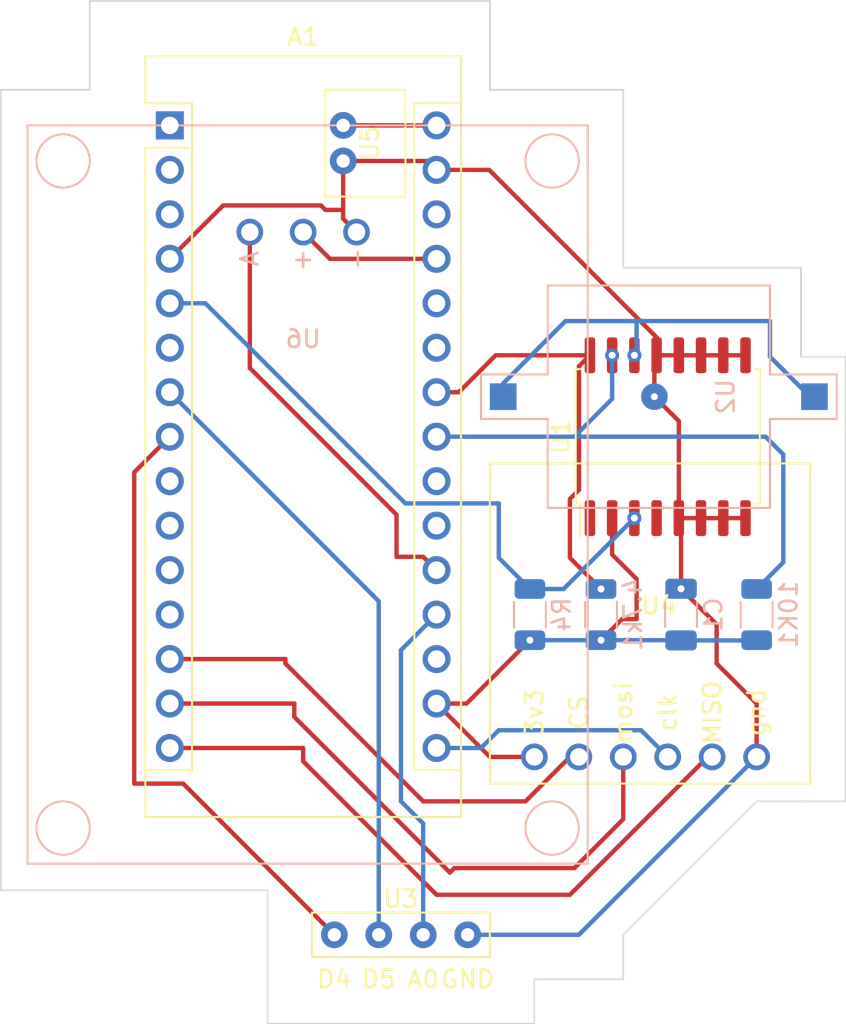
<source format=kicad_pcb>
(kicad_pcb (version 20171130) (host pcbnew "(5.1.10)-1")

  (general
    (thickness 1.6)
    (drawings 22)
    (tracks 128)
    (zones 0)
    (modules 11)
    (nets 33)
  )

  (page A4)
  (layers
    (0 F.Cu signal)
    (31 B.Cu signal)
    (32 B.Adhes user)
    (33 F.Adhes user)
    (34 B.Paste user)
    (35 F.Paste user)
    (36 B.SilkS user)
    (37 F.SilkS user)
    (38 B.Mask user)
    (39 F.Mask user)
    (40 Dwgs.User user)
    (41 Cmts.User user)
    (42 Eco1.User user)
    (43 Eco2.User user)
    (44 Edge.Cuts user)
    (45 Margin user)
    (46 B.CrtYd user)
    (47 F.CrtYd user)
    (48 B.Fab user)
    (49 F.Fab user)
  )

  (setup
    (last_trace_width 0.25)
    (trace_clearance 0.2)
    (zone_clearance 0.508)
    (zone_45_only no)
    (trace_min 0.2)
    (via_size 0.8)
    (via_drill 0.4)
    (via_min_size 0.4)
    (via_min_drill 0.3)
    (uvia_size 0.3)
    (uvia_drill 0.1)
    (uvias_allowed no)
    (uvia_min_size 0.2)
    (uvia_min_drill 0.1)
    (edge_width 0.1)
    (segment_width 0.2)
    (pcb_text_width 0.3)
    (pcb_text_size 1.5 1.5)
    (mod_edge_width 0.15)
    (mod_text_size 1 1)
    (mod_text_width 0.15)
    (pad_size 1.524 1.524)
    (pad_drill 0.762)
    (pad_to_mask_clearance 0)
    (aux_axis_origin 0 0)
    (visible_elements 7FFFFFFF)
    (pcbplotparams
      (layerselection 0x010fc_ffffffff)
      (usegerberextensions false)
      (usegerberattributes true)
      (usegerberadvancedattributes true)
      (creategerberjobfile true)
      (excludeedgelayer true)
      (linewidth 0.100000)
      (plotframeref false)
      (viasonmask false)
      (mode 1)
      (useauxorigin false)
      (hpglpennumber 1)
      (hpglpenspeed 20)
      (hpglpendiameter 15.000000)
      (psnegative false)
      (psa4output false)
      (plotreference true)
      (plotvalue true)
      (plotinvisibletext false)
      (padsonsilk false)
      (subtractmaskfromsilk false)
      (outputformat 1)
      (mirror false)
      (drillshape 1)
      (scaleselection 1)
      (outputdirectory ""))
  )

  (net 0 "")
  (net 1 "Net-(10K1-Pad2)")
  (net 2 "Net-(10K1-Pad1)")
  (net 3 "Net-(4.7k1-Pad2)")
  (net 4 "Net-(A1-Pad1)")
  (net 5 "Net-(A1-Pad2)")
  (net 6 "Net-(A1-Pad18)")
  (net 7 "Net-(A1-Pad3)")
  (net 8 "Net-(A1-Pad19)")
  (net 9 GND)
  (net 10 "Net-(A1-Pad20)")
  (net 11 "Net-(A1-Pad5)")
  (net 12 "Net-(A1-Pad21)")
  (net 13 "Net-(A1-Pad6)")
  (net 14 "Net-(A1-Pad22)")
  (net 15 "Net-(A1-Pad7)")
  (net 16 "Net-(A1-Pad8)")
  (net 17 "Net-(A1-Pad9)")
  (net 18 "Net-(A1-Pad25)")
  (net 19 "Net-(A1-Pad10)")
  (net 20 "Net-(A1-Pad26)")
  (net 21 "Net-(A1-Pad11)")
  (net 22 "Net-(A1-Pad27)")
  (net 23 "Net-(A1-Pad12)")
  (net 24 "Net-(A1-Pad28)")
  (net 25 "Net-(A1-Pad13)")
  (net 26 "Net-(A1-Pad14)")
  (net 27 "Net-(A1-Pad30)")
  (net 28 "Net-(A1-Pad15)")
  (net 29 "Net-(A1-Pad16)")
  (net 30 "Net-(U1-Pad1)")
  (net 31 "Net-(U1-Pad4)")
  (net 32 "Net-(U1-Pad14)")

  (net_class Default "This is the default net class."
    (clearance 0.2)
    (trace_width 0.25)
    (via_dia 0.8)
    (via_drill 0.4)
    (uvia_dia 0.3)
    (uvia_drill 0.1)
    (add_net GND)
    (add_net "Net-(10K1-Pad1)")
    (add_net "Net-(10K1-Pad2)")
    (add_net "Net-(4.7k1-Pad2)")
    (add_net "Net-(A1-Pad1)")
    (add_net "Net-(A1-Pad10)")
    (add_net "Net-(A1-Pad11)")
    (add_net "Net-(A1-Pad12)")
    (add_net "Net-(A1-Pad13)")
    (add_net "Net-(A1-Pad14)")
    (add_net "Net-(A1-Pad15)")
    (add_net "Net-(A1-Pad16)")
    (add_net "Net-(A1-Pad18)")
    (add_net "Net-(A1-Pad19)")
    (add_net "Net-(A1-Pad2)")
    (add_net "Net-(A1-Pad20)")
    (add_net "Net-(A1-Pad21)")
    (add_net "Net-(A1-Pad22)")
    (add_net "Net-(A1-Pad25)")
    (add_net "Net-(A1-Pad26)")
    (add_net "Net-(A1-Pad27)")
    (add_net "Net-(A1-Pad28)")
    (add_net "Net-(A1-Pad3)")
    (add_net "Net-(A1-Pad30)")
    (add_net "Net-(A1-Pad5)")
    (add_net "Net-(A1-Pad6)")
    (add_net "Net-(A1-Pad7)")
    (add_net "Net-(A1-Pad8)")
    (add_net "Net-(A1-Pad9)")
    (add_net "Net-(U1-Pad1)")
    (add_net "Net-(U1-Pad14)")
    (add_net "Net-(U1-Pad4)")
  )

  (module Resistor_SMD:R_1206_3216Metric (layer B.Cu) (tedit 5F68FEEE) (tstamp 61675F91)
    (at 124.46 85.852 90)
    (descr "Resistor SMD 1206 (3216 Metric), square (rectangular) end terminal, IPC_7351 nominal, (Body size source: IPC-SM-782 page 72, https://www.pcb-3d.com/wordpress/wp-content/uploads/ipc-sm-782a_amendment_1_and_2.pdf), generated with kicad-footprint-generator")
    (tags resistor)
    (path /611F2F92)
    (attr smd)
    (fp_text reference 10K1 (at 0 1.82 270) (layer B.SilkS)
      (effects (font (size 1 1) (thickness 0.15)) (justify mirror))
    )
    (fp_text value R (at 0 -1.82 270) (layer B.Fab)
      (effects (font (size 1 1) (thickness 0.15)) (justify mirror))
    )
    (fp_line (start 2.28 -1.12) (end -2.28 -1.12) (layer B.CrtYd) (width 0.05))
    (fp_line (start 2.28 1.12) (end 2.28 -1.12) (layer B.CrtYd) (width 0.05))
    (fp_line (start -2.28 1.12) (end 2.28 1.12) (layer B.CrtYd) (width 0.05))
    (fp_line (start -2.28 -1.12) (end -2.28 1.12) (layer B.CrtYd) (width 0.05))
    (fp_line (start -0.727064 -0.91) (end 0.727064 -0.91) (layer B.SilkS) (width 0.12))
    (fp_line (start -0.727064 0.91) (end 0.727064 0.91) (layer B.SilkS) (width 0.12))
    (fp_line (start 1.6 -0.8) (end -1.6 -0.8) (layer B.Fab) (width 0.1))
    (fp_line (start 1.6 0.8) (end 1.6 -0.8) (layer B.Fab) (width 0.1))
    (fp_line (start -1.6 0.8) (end 1.6 0.8) (layer B.Fab) (width 0.1))
    (fp_line (start -1.6 -0.8) (end -1.6 0.8) (layer B.Fab) (width 0.1))
    (fp_text user %R (at 0 0 270) (layer B.Fab)
      (effects (font (size 0.8 0.8) (thickness 0.12)) (justify mirror))
    )
    (pad 1 smd roundrect (at -1.4625 0 90) (size 1.125 1.75) (layers B.Cu B.Paste B.Mask) (roundrect_rratio 0.222222)
      (net 2 "Net-(10K1-Pad1)"))
    (pad 2 smd roundrect (at 1.4625 0 90) (size 1.125 1.75) (layers B.Cu B.Paste B.Mask) (roundrect_rratio 0.222222)
      (net 1 "Net-(10K1-Pad2)"))
    (model ${KISYS3DMOD}/Resistor_SMD.3dshapes/R_1206_3216Metric.wrl
      (at (xyz 0 0 0))
      (scale (xyz 1 1 1))
      (rotate (xyz 0 0 0))
    )
  )

  (module Resistor_SMD:R_1206_3216Metric (layer B.Cu) (tedit 5F68FEEE) (tstamp 61675FA2)
    (at 115.57 85.852 90)
    (descr "Resistor SMD 1206 (3216 Metric), square (rectangular) end terminal, IPC_7351 nominal, (Body size source: IPC-SM-782 page 72, https://www.pcb-3d.com/wordpress/wp-content/uploads/ipc-sm-782a_amendment_1_and_2.pdf), generated with kicad-footprint-generator")
    (tags resistor)
    (path /611F1A9A)
    (attr smd)
    (fp_text reference 4.7k1 (at 0 1.82 270) (layer B.SilkS)
      (effects (font (size 1 1) (thickness 0.15)) (justify mirror))
    )
    (fp_text value R (at 0 -1.82 270) (layer B.Fab)
      (effects (font (size 1 1) (thickness 0.15)) (justify mirror))
    )
    (fp_line (start 2.28 -1.12) (end -2.28 -1.12) (layer B.CrtYd) (width 0.05))
    (fp_line (start 2.28 1.12) (end 2.28 -1.12) (layer B.CrtYd) (width 0.05))
    (fp_line (start -2.28 1.12) (end 2.28 1.12) (layer B.CrtYd) (width 0.05))
    (fp_line (start -2.28 -1.12) (end -2.28 1.12) (layer B.CrtYd) (width 0.05))
    (fp_line (start -0.727064 -0.91) (end 0.727064 -0.91) (layer B.SilkS) (width 0.12))
    (fp_line (start -0.727064 0.91) (end 0.727064 0.91) (layer B.SilkS) (width 0.12))
    (fp_line (start 1.6 -0.8) (end -1.6 -0.8) (layer B.Fab) (width 0.1))
    (fp_line (start 1.6 0.8) (end 1.6 -0.8) (layer B.Fab) (width 0.1))
    (fp_line (start -1.6 0.8) (end 1.6 0.8) (layer B.Fab) (width 0.1))
    (fp_line (start -1.6 -0.8) (end -1.6 0.8) (layer B.Fab) (width 0.1))
    (fp_text user %R (at 0 0 270) (layer B.Fab)
      (effects (font (size 0.8 0.8) (thickness 0.12)) (justify mirror))
    )
    (pad 1 smd roundrect (at -1.4625 0 90) (size 1.125 1.75) (layers B.Cu B.Paste B.Mask) (roundrect_rratio 0.222222)
      (net 2 "Net-(10K1-Pad1)"))
    (pad 2 smd roundrect (at 1.4625 0 90) (size 1.125 1.75) (layers B.Cu B.Paste B.Mask) (roundrect_rratio 0.222222)
      (net 3 "Net-(4.7k1-Pad2)"))
    (model ${KISYS3DMOD}/Resistor_SMD.3dshapes/R_1206_3216Metric.wrl
      (at (xyz 0 0 0))
      (scale (xyz 1 1 1))
      (rotate (xyz 0 0 0))
    )
  )

  (module Module:Arduino_Nano (layer F.Cu) (tedit 58ACAF70) (tstamp 61675FDF)
    (at 90.932 57.912)
    (descr "Arduino Nano, http://www.mouser.com/pdfdocs/Gravitech_Arduino_Nano3_0.pdf")
    (tags "Arduino Nano")
    (path /611D9AC7)
    (fp_text reference A1 (at 7.62 -5.08) (layer F.SilkS)
      (effects (font (size 1 1) (thickness 0.15)))
    )
    (fp_text value Arduino_Nano_v3.x (at 8.89 19.05 90) (layer F.Fab)
      (effects (font (size 1 1) (thickness 0.15)))
    )
    (fp_line (start 16.75 42.16) (end -1.53 42.16) (layer F.CrtYd) (width 0.05))
    (fp_line (start 16.75 42.16) (end 16.75 -4.06) (layer F.CrtYd) (width 0.05))
    (fp_line (start -1.53 -4.06) (end -1.53 42.16) (layer F.CrtYd) (width 0.05))
    (fp_line (start -1.53 -4.06) (end 16.75 -4.06) (layer F.CrtYd) (width 0.05))
    (fp_line (start 16.51 -3.81) (end 16.51 39.37) (layer F.Fab) (width 0.1))
    (fp_line (start 0 -3.81) (end 16.51 -3.81) (layer F.Fab) (width 0.1))
    (fp_line (start -1.27 -2.54) (end 0 -3.81) (layer F.Fab) (width 0.1))
    (fp_line (start -1.27 39.37) (end -1.27 -2.54) (layer F.Fab) (width 0.1))
    (fp_line (start 16.51 39.37) (end -1.27 39.37) (layer F.Fab) (width 0.1))
    (fp_line (start 16.64 -3.94) (end -1.4 -3.94) (layer F.SilkS) (width 0.12))
    (fp_line (start 16.64 39.5) (end 16.64 -3.94) (layer F.SilkS) (width 0.12))
    (fp_line (start -1.4 39.5) (end 16.64 39.5) (layer F.SilkS) (width 0.12))
    (fp_line (start 3.81 41.91) (end 3.81 31.75) (layer F.Fab) (width 0.1))
    (fp_line (start 11.43 41.91) (end 3.81 41.91) (layer F.Fab) (width 0.1))
    (fp_line (start 11.43 31.75) (end 11.43 41.91) (layer F.Fab) (width 0.1))
    (fp_line (start 3.81 31.75) (end 11.43 31.75) (layer F.Fab) (width 0.1))
    (fp_line (start 1.27 36.83) (end -1.4 36.83) (layer F.SilkS) (width 0.12))
    (fp_line (start 1.27 1.27) (end 1.27 36.83) (layer F.SilkS) (width 0.12))
    (fp_line (start 1.27 1.27) (end -1.4 1.27) (layer F.SilkS) (width 0.12))
    (fp_line (start 13.97 36.83) (end 16.64 36.83) (layer F.SilkS) (width 0.12))
    (fp_line (start 13.97 -1.27) (end 13.97 36.83) (layer F.SilkS) (width 0.12))
    (fp_line (start 13.97 -1.27) (end 16.64 -1.27) (layer F.SilkS) (width 0.12))
    (fp_line (start -1.4 -3.94) (end -1.4 -1.27) (layer F.SilkS) (width 0.12))
    (fp_line (start -1.4 1.27) (end -1.4 39.5) (layer F.SilkS) (width 0.12))
    (fp_line (start 1.27 -1.27) (end -1.4 -1.27) (layer F.SilkS) (width 0.12))
    (fp_line (start 1.27 1.27) (end 1.27 -1.27) (layer F.SilkS) (width 0.12))
    (fp_text user %R (at 6.35 19.05 90) (layer F.Fab)
      (effects (font (size 1 1) (thickness 0.15)))
    )
    (pad 1 thru_hole rect (at 0 0) (size 1.6 1.6) (drill 1) (layers *.Cu *.Mask)
      (net 4 "Net-(A1-Pad1)"))
    (pad 17 thru_hole oval (at 15.24 33.02) (size 1.6 1.6) (drill 1) (layers *.Cu *.Mask)
      (net 2 "Net-(10K1-Pad1)"))
    (pad 2 thru_hole oval (at 0 2.54) (size 1.6 1.6) (drill 1) (layers *.Cu *.Mask)
      (net 5 "Net-(A1-Pad2)"))
    (pad 18 thru_hole oval (at 15.24 30.48) (size 1.6 1.6) (drill 1) (layers *.Cu *.Mask)
      (net 6 "Net-(A1-Pad18)"))
    (pad 3 thru_hole oval (at 0 5.08) (size 1.6 1.6) (drill 1) (layers *.Cu *.Mask)
      (net 7 "Net-(A1-Pad3)"))
    (pad 19 thru_hole oval (at 15.24 27.94) (size 1.6 1.6) (drill 1) (layers *.Cu *.Mask)
      (net 8 "Net-(A1-Pad19)"))
    (pad 4 thru_hole oval (at 0 7.62) (size 1.6 1.6) (drill 1) (layers *.Cu *.Mask)
      (net 9 GND))
    (pad 20 thru_hole oval (at 15.24 25.4) (size 1.6 1.6) (drill 1) (layers *.Cu *.Mask)
      (net 10 "Net-(A1-Pad20)"))
    (pad 5 thru_hole oval (at 0 10.16) (size 1.6 1.6) (drill 1) (layers *.Cu *.Mask)
      (net 11 "Net-(A1-Pad5)"))
    (pad 21 thru_hole oval (at 15.24 22.86) (size 1.6 1.6) (drill 1) (layers *.Cu *.Mask)
      (net 12 "Net-(A1-Pad21)"))
    (pad 6 thru_hole oval (at 0 12.7) (size 1.6 1.6) (drill 1) (layers *.Cu *.Mask)
      (net 13 "Net-(A1-Pad6)"))
    (pad 22 thru_hole oval (at 15.24 20.32) (size 1.6 1.6) (drill 1) (layers *.Cu *.Mask)
      (net 14 "Net-(A1-Pad22)"))
    (pad 7 thru_hole oval (at 0 15.24) (size 1.6 1.6) (drill 1) (layers *.Cu *.Mask)
      (net 15 "Net-(A1-Pad7)"))
    (pad 23 thru_hole oval (at 15.24 17.78) (size 1.6 1.6) (drill 1) (layers *.Cu *.Mask)
      (net 1 "Net-(10K1-Pad2)"))
    (pad 8 thru_hole oval (at 0 17.78) (size 1.6 1.6) (drill 1) (layers *.Cu *.Mask)
      (net 16 "Net-(A1-Pad8)"))
    (pad 24 thru_hole oval (at 15.24 15.24) (size 1.6 1.6) (drill 1) (layers *.Cu *.Mask)
      (net 3 "Net-(4.7k1-Pad2)"))
    (pad 9 thru_hole oval (at 0 20.32) (size 1.6 1.6) (drill 1) (layers *.Cu *.Mask)
      (net 17 "Net-(A1-Pad9)"))
    (pad 25 thru_hole oval (at 15.24 12.7) (size 1.6 1.6) (drill 1) (layers *.Cu *.Mask)
      (net 18 "Net-(A1-Pad25)"))
    (pad 10 thru_hole oval (at 0 22.86) (size 1.6 1.6) (drill 1) (layers *.Cu *.Mask)
      (net 19 "Net-(A1-Pad10)"))
    (pad 26 thru_hole oval (at 15.24 10.16) (size 1.6 1.6) (drill 1) (layers *.Cu *.Mask)
      (net 20 "Net-(A1-Pad26)"))
    (pad 11 thru_hole oval (at 0 25.4) (size 1.6 1.6) (drill 1) (layers *.Cu *.Mask)
      (net 21 "Net-(A1-Pad11)"))
    (pad 27 thru_hole oval (at 15.24 7.62) (size 1.6 1.6) (drill 1) (layers *.Cu *.Mask)
      (net 22 "Net-(A1-Pad27)"))
    (pad 12 thru_hole oval (at 0 27.94) (size 1.6 1.6) (drill 1) (layers *.Cu *.Mask)
      (net 23 "Net-(A1-Pad12)"))
    (pad 28 thru_hole oval (at 15.24 5.08) (size 1.6 1.6) (drill 1) (layers *.Cu *.Mask)
      (net 24 "Net-(A1-Pad28)"))
    (pad 13 thru_hole oval (at 0 30.48) (size 1.6 1.6) (drill 1) (layers *.Cu *.Mask)
      (net 25 "Net-(A1-Pad13)"))
    (pad 29 thru_hole oval (at 15.24 2.54) (size 1.6 1.6) (drill 1) (layers *.Cu *.Mask)
      (net 9 GND))
    (pad 14 thru_hole oval (at 0 33.02) (size 1.6 1.6) (drill 1) (layers *.Cu *.Mask)
      (net 26 "Net-(A1-Pad14)"))
    (pad 30 thru_hole oval (at 15.24 0) (size 1.6 1.6) (drill 1) (layers *.Cu *.Mask)
      (net 27 "Net-(A1-Pad30)"))
    (pad 15 thru_hole oval (at 0 35.56) (size 1.6 1.6) (drill 1) (layers *.Cu *.Mask)
      (net 28 "Net-(A1-Pad15)"))
    (pad 16 thru_hole oval (at 15.24 35.56) (size 1.6 1.6) (drill 1) (layers *.Cu *.Mask)
      (net 29 "Net-(A1-Pad16)"))
    (model ${KISYS3DMOD}/Module.3dshapes/Arduino_Nano_WithMountingHoles.wrl
      (at (xyz 0 0 0))
      (scale (xyz 1 1 1))
      (rotate (xyz 0 0 0))
    )
  )

  (module Capacitor_SMD:C_1206_3216Metric (layer B.Cu) (tedit 5F68FEEE) (tstamp 61675FF0)
    (at 120.142 85.852 90)
    (descr "Capacitor SMD 1206 (3216 Metric), square (rectangular) end terminal, IPC_7351 nominal, (Body size source: IPC-SM-782 page 76, https://www.pcb-3d.com/wordpress/wp-content/uploads/ipc-sm-782a_amendment_1_and_2.pdf), generated with kicad-footprint-generator")
    (tags capacitor)
    (path /6120FB5F)
    (attr smd)
    (fp_text reference C1 (at 0 1.85 270) (layer B.SilkS)
      (effects (font (size 1 1) (thickness 0.15)) (justify mirror))
    )
    (fp_text value C (at 0 -1.85 270) (layer B.Fab)
      (effects (font (size 1 1) (thickness 0.15)) (justify mirror))
    )
    (fp_line (start 2.3 -1.15) (end -2.3 -1.15) (layer B.CrtYd) (width 0.05))
    (fp_line (start 2.3 1.15) (end 2.3 -1.15) (layer B.CrtYd) (width 0.05))
    (fp_line (start -2.3 1.15) (end 2.3 1.15) (layer B.CrtYd) (width 0.05))
    (fp_line (start -2.3 -1.15) (end -2.3 1.15) (layer B.CrtYd) (width 0.05))
    (fp_line (start -0.711252 -0.91) (end 0.711252 -0.91) (layer B.SilkS) (width 0.12))
    (fp_line (start -0.711252 0.91) (end 0.711252 0.91) (layer B.SilkS) (width 0.12))
    (fp_line (start 1.6 -0.8) (end -1.6 -0.8) (layer B.Fab) (width 0.1))
    (fp_line (start 1.6 0.8) (end 1.6 -0.8) (layer B.Fab) (width 0.1))
    (fp_line (start -1.6 0.8) (end 1.6 0.8) (layer B.Fab) (width 0.1))
    (fp_line (start -1.6 -0.8) (end -1.6 0.8) (layer B.Fab) (width 0.1))
    (fp_text user %R (at 0 0 270) (layer B.Fab)
      (effects (font (size 0.8 0.8) (thickness 0.12)) (justify mirror))
    )
    (pad 1 smd roundrect (at -1.475 0 90) (size 1.15 1.8) (layers B.Cu B.Paste B.Mask) (roundrect_rratio 0.217391)
      (net 2 "Net-(10K1-Pad1)"))
    (pad 2 smd roundrect (at 1.475 0 90) (size 1.15 1.8) (layers B.Cu B.Paste B.Mask) (roundrect_rratio 0.217391)
      (net 9 GND))
    (model ${KISYS3DMOD}/Capacitor_SMD.3dshapes/C_1206_3216Metric.wrl
      (at (xyz 0 0 0))
      (scale (xyz 1 1 1))
      (rotate (xyz 0 0 0))
    )
  )

  (module Resistor_SMD:R_1206_3216Metric (layer B.Cu) (tedit 5F68FEEE) (tstamp 61676001)
    (at 111.506 85.852 90)
    (descr "Resistor SMD 1206 (3216 Metric), square (rectangular) end terminal, IPC_7351 nominal, (Body size source: IPC-SM-782 page 72, https://www.pcb-3d.com/wordpress/wp-content/uploads/ipc-sm-782a_amendment_1_and_2.pdf), generated with kicad-footprint-generator")
    (tags resistor)
    (path /612091F6)
    (attr smd)
    (fp_text reference R4 (at 0 1.82 270) (layer B.SilkS)
      (effects (font (size 1 1) (thickness 0.15)) (justify mirror))
    )
    (fp_text value R (at 0 -1.82 270) (layer B.Fab)
      (effects (font (size 1 1) (thickness 0.15)) (justify mirror))
    )
    (fp_text user %R (at 0 0 270) (layer B.Fab)
      (effects (font (size 0.8 0.8) (thickness 0.12)) (justify mirror))
    )
    (fp_line (start -1.6 -0.8) (end -1.6 0.8) (layer B.Fab) (width 0.1))
    (fp_line (start -1.6 0.8) (end 1.6 0.8) (layer B.Fab) (width 0.1))
    (fp_line (start 1.6 0.8) (end 1.6 -0.8) (layer B.Fab) (width 0.1))
    (fp_line (start 1.6 -0.8) (end -1.6 -0.8) (layer B.Fab) (width 0.1))
    (fp_line (start -0.727064 0.91) (end 0.727064 0.91) (layer B.SilkS) (width 0.12))
    (fp_line (start -0.727064 -0.91) (end 0.727064 -0.91) (layer B.SilkS) (width 0.12))
    (fp_line (start -2.28 -1.12) (end -2.28 1.12) (layer B.CrtYd) (width 0.05))
    (fp_line (start -2.28 1.12) (end 2.28 1.12) (layer B.CrtYd) (width 0.05))
    (fp_line (start 2.28 1.12) (end 2.28 -1.12) (layer B.CrtYd) (width 0.05))
    (fp_line (start 2.28 -1.12) (end -2.28 -1.12) (layer B.CrtYd) (width 0.05))
    (pad 2 smd roundrect (at 1.4625 0 90) (size 1.125 1.75) (layers B.Cu B.Paste B.Mask) (roundrect_rratio 0.222222)
      (net 11 "Net-(A1-Pad5)"))
    (pad 1 smd roundrect (at -1.4625 0 90) (size 1.125 1.75) (layers B.Cu B.Paste B.Mask) (roundrect_rratio 0.222222)
      (net 2 "Net-(10K1-Pad1)"))
    (model ${KISYS3DMOD}/Resistor_SMD.3dshapes/R_1206_3216Metric.wrl
      (at (xyz 0 0 0))
      (scale (xyz 1 1 1))
      (rotate (xyz 0 0 0))
    )
  )

  (module Package_SO:SOIC-16W_7.5x10.3mm_P1.27mm (layer F.Cu) (tedit 5D9F72B1) (tstamp 61676028)
    (at 119.38 75.692 90)
    (descr "SOIC, 16 Pin (JEDEC MS-013AA, https://www.analog.com/media/en/package-pcb-resources/package/pkg_pdf/soic_wide-rw/rw_16.pdf), generated with kicad-footprint-generator ipc_gullwing_generator.py")
    (tags "SOIC SO")
    (path /611DAA6B)
    (attr smd)
    (fp_text reference U1 (at 0 -6.1 90) (layer F.SilkS)
      (effects (font (size 1 1) (thickness 0.15)))
    )
    (fp_text value DS3231M (at 0 6.1 90) (layer F.Fab)
      (effects (font (size 1 1) (thickness 0.15)))
    )
    (fp_line (start 5.93 -5.4) (end -5.93 -5.4) (layer F.CrtYd) (width 0.05))
    (fp_line (start 5.93 5.4) (end 5.93 -5.4) (layer F.CrtYd) (width 0.05))
    (fp_line (start -5.93 5.4) (end 5.93 5.4) (layer F.CrtYd) (width 0.05))
    (fp_line (start -5.93 -5.4) (end -5.93 5.4) (layer F.CrtYd) (width 0.05))
    (fp_line (start -3.75 -4.15) (end -2.75 -5.15) (layer F.Fab) (width 0.1))
    (fp_line (start -3.75 5.15) (end -3.75 -4.15) (layer F.Fab) (width 0.1))
    (fp_line (start 3.75 5.15) (end -3.75 5.15) (layer F.Fab) (width 0.1))
    (fp_line (start 3.75 -5.15) (end 3.75 5.15) (layer F.Fab) (width 0.1))
    (fp_line (start -2.75 -5.15) (end 3.75 -5.15) (layer F.Fab) (width 0.1))
    (fp_line (start -3.86 -5.005) (end -5.675 -5.005) (layer F.SilkS) (width 0.12))
    (fp_line (start -3.86 -5.26) (end -3.86 -5.005) (layer F.SilkS) (width 0.12))
    (fp_line (start 0 -5.26) (end -3.86 -5.26) (layer F.SilkS) (width 0.12))
    (fp_line (start 3.86 -5.26) (end 3.86 -5.005) (layer F.SilkS) (width 0.12))
    (fp_line (start 0 -5.26) (end 3.86 -5.26) (layer F.SilkS) (width 0.12))
    (fp_line (start -3.86 5.26) (end -3.86 5.005) (layer F.SilkS) (width 0.12))
    (fp_line (start 0 5.26) (end -3.86 5.26) (layer F.SilkS) (width 0.12))
    (fp_line (start 3.86 5.26) (end 3.86 5.005) (layer F.SilkS) (width 0.12))
    (fp_line (start 0 5.26) (end 3.86 5.26) (layer F.SilkS) (width 0.12))
    (fp_text user %R (at 0 0 90) (layer F.Fab)
      (effects (font (size 1 1) (thickness 0.15)))
    )
    (pad 1 smd roundrect (at -4.65 -4.445 90) (size 2.05 0.6) (layers F.Cu F.Paste F.Mask) (roundrect_rratio 0.25)
      (net 30 "Net-(U1-Pad1)"))
    (pad 2 smd roundrect (at -4.65 -3.175 90) (size 2.05 0.6) (layers F.Cu F.Paste F.Mask) (roundrect_rratio 0.25)
      (net 2 "Net-(10K1-Pad1)"))
    (pad 3 smd roundrect (at -4.65 -1.905 90) (size 2.05 0.6) (layers F.Cu F.Paste F.Mask) (roundrect_rratio 0.25)
      (net 11 "Net-(A1-Pad5)"))
    (pad 4 smd roundrect (at -4.65 -0.635 90) (size 2.05 0.6) (layers F.Cu F.Paste F.Mask) (roundrect_rratio 0.25)
      (net 31 "Net-(U1-Pad4)"))
    (pad 5 smd roundrect (at -4.65 0.635 90) (size 2.05 0.6) (layers F.Cu F.Paste F.Mask) (roundrect_rratio 0.25)
      (net 9 GND))
    (pad 6 smd roundrect (at -4.65 1.905 90) (size 2.05 0.6) (layers F.Cu F.Paste F.Mask) (roundrect_rratio 0.25)
      (net 9 GND))
    (pad 7 smd roundrect (at -4.65 3.175 90) (size 2.05 0.6) (layers F.Cu F.Paste F.Mask) (roundrect_rratio 0.25)
      (net 9 GND))
    (pad 8 smd roundrect (at -4.65 4.445 90) (size 2.05 0.6) (layers F.Cu F.Paste F.Mask) (roundrect_rratio 0.25)
      (net 9 GND))
    (pad 9 smd roundrect (at 4.65 4.445 90) (size 2.05 0.6) (layers F.Cu F.Paste F.Mask) (roundrect_rratio 0.25)
      (net 9 GND))
    (pad 10 smd roundrect (at 4.65 3.175 90) (size 2.05 0.6) (layers F.Cu F.Paste F.Mask) (roundrect_rratio 0.25)
      (net 9 GND))
    (pad 11 smd roundrect (at 4.65 1.905 90) (size 2.05 0.6) (layers F.Cu F.Paste F.Mask) (roundrect_rratio 0.25)
      (net 9 GND))
    (pad 12 smd roundrect (at 4.65 0.635 90) (size 2.05 0.6) (layers F.Cu F.Paste F.Mask) (roundrect_rratio 0.25)
      (net 9 GND))
    (pad 13 smd roundrect (at 4.65 -0.635 90) (size 2.05 0.6) (layers F.Cu F.Paste F.Mask) (roundrect_rratio 0.25)
      (net 9 GND))
    (pad 14 smd roundrect (at 4.65 -1.905 90) (size 2.05 0.6) (layers F.Cu F.Paste F.Mask) (roundrect_rratio 0.25)
      (net 32 "Net-(U1-Pad14)"))
    (pad 15 smd roundrect (at 4.65 -3.175 90) (size 2.05 0.6) (layers F.Cu F.Paste F.Mask) (roundrect_rratio 0.25)
      (net 1 "Net-(10K1-Pad2)"))
    (pad 16 smd roundrect (at 4.65 -4.445 90) (size 2.05 0.6) (layers F.Cu F.Paste F.Mask) (roundrect_rratio 0.25)
      (net 3 "Net-(4.7k1-Pad2)"))
    (model ${KISYS3DMOD}/Package_SO.3dshapes/SOIC-16W_7.5x10.3mm_P1.27mm.wrl
      (at (xyz 0 0 0))
      (scale (xyz 1 1 1))
      (rotate (xyz 0 0 0))
    )
  )

  (module Water_sensor:CR1025 (layer B.Cu) (tedit 61313037) (tstamp 6167603C)
    (at 125.222 73.406 270)
    (path /616763BC)
    (fp_text reference U2 (at 0 2.54 270) (layer B.SilkS)
      (effects (font (size 1 1) (thickness 0.15)) (justify mirror))
    )
    (fp_text value CR1025 (at 0 6.35 270) (layer B.Fab)
      (effects (font (size 1 1) (thickness 0.15)) (justify mirror))
    )
    (fp_line (start -6.35 0) (end -6.35 12.7) (layer B.SilkS) (width 0.12))
    (fp_line (start 6.35 12.7) (end 6.35 0) (layer B.SilkS) (width 0.12))
    (fp_line (start 0 -3.81) (end 1.27 -3.81) (layer B.SilkS) (width 0.12))
    (fp_line (start 1.27 -3.81) (end 1.27 0) (layer B.SilkS) (width 0.12))
    (fp_line (start 0 -3.81) (end -1.27 -3.81) (layer B.SilkS) (width 0.12))
    (fp_line (start -1.27 -3.81) (end -1.27 0) (layer B.SilkS) (width 0.12))
    (fp_line (start -6.35 0) (end -1.27 0) (layer B.SilkS) (width 0.12))
    (fp_line (start 1.27 0) (end 6.35 0) (layer B.SilkS) (width 0.12))
    (fp_line (start 1.27 12.7) (end 1.27 16.51) (layer B.SilkS) (width 0.12))
    (fp_line (start 1.27 16.51) (end -1.27 16.51) (layer B.SilkS) (width 0.12))
    (fp_line (start -1.27 16.51) (end -1.27 12.7) (layer B.SilkS) (width 0.12))
    (fp_line (start -6.35 12.7) (end -1.27 12.7) (layer B.SilkS) (width 0.12))
    (fp_line (start 1.27 12.7) (end 6.35 12.7) (layer B.SilkS) (width 0.12))
    (pad 1 smd rect (at 0 15.24 270) (size 1.524 1.524) (layers B.Cu B.Paste B.Mask)
      (net 32 "Net-(U1-Pad14)"))
    (pad 2 smd rect (at 0 -2.54 270) (size 1.524 1.524) (layers B.Cu B.Paste B.Mask)
      (net 32 "Net-(U1-Pad14)"))
    (pad 3 smd circle (at 0 6.604 270) (size 1.524 1.524) (layers B.Cu B.Paste B.Mask)
      (net 9 GND))
  )

  (module Water_sensor:MicroSD.V2 (layer F.Cu) (tedit 616603E3) (tstamp 61676060)
    (at 119.38 91.44)
    (path /61677C4C)
    (fp_text reference U4 (at -0.508 -6.104) (layer F.SilkS)
      (effects (font (size 1 1) (thickness 0.15)))
    )
    (fp_text value MicroSD.V2 (at -0.508 -7.104) (layer F.Fab)
      (effects (font (size 1 1) (thickness 0.15)))
    )
    (fp_line (start 8.128 4.064) (end -10.16 4.064) (layer F.SilkS) (width 0.12))
    (fp_line (start -10.16 -14.224) (end -10.16 4.064) (layer F.SilkS) (width 0.12))
    (fp_line (start -10.16 -14.224) (end 8.128 -14.224) (layer F.SilkS) (width 0.12))
    (fp_line (start 8.128 -14.224) (end 8.128 4.064) (layer F.SilkS) (width 0.12))
    (fp_text user 3v3 (at -7.62 0 90) (layer F.SilkS)
      (effects (font (size 1 1) (thickness 0.15)))
    )
    (fp_text user CS (at -5.08 0 90) (layer F.SilkS)
      (effects (font (size 1 1) (thickness 0.15)))
    )
    (fp_text user mosi (at -2.54 0 90) (layer F.SilkS)
      (effects (font (size 1 1) (thickness 0.15)))
    )
    (fp_text user clk (at 0 0 90) (layer F.SilkS)
      (effects (font (size 1 1) (thickness 0.15)))
    )
    (fp_text user MISO (at 2.54 0 90) (layer F.SilkS)
      (effects (font (size 1 1) (thickness 0.15)))
    )
    (fp_text user gnd (at 5.08 0 90) (layer F.SilkS)
      (effects (font (size 1 1) (thickness 0.15)))
    )
    (pad 1 thru_hole circle (at -7.62 2.54) (size 1.524 1.524) (drill 1) (layers *.Cu *.Mask)
      (net 2 "Net-(10K1-Pad1)"))
    (pad 2 thru_hole circle (at -5.08 2.54) (size 1.524 1.524) (drill 1) (layers *.Cu *.Mask)
      (net 25 "Net-(A1-Pad13)"))
    (pad 3 thru_hole circle (at -2.54 2.54) (size 1.524 1.524) (drill 1) (layers *.Cu *.Mask)
      (net 26 "Net-(A1-Pad14)"))
    (pad 4 thru_hole circle (at 0 2.54) (size 1.524 1.524) (drill 1) (layers *.Cu *.Mask)
      (net 29 "Net-(A1-Pad16)"))
    (pad 5 thru_hole circle (at 2.54 2.54) (size 1.524 1.524) (drill 1) (layers *.Cu *.Mask)
      (net 28 "Net-(A1-Pad15)"))
    (pad 6 thru_hole circle (at 5.08 2.54) (size 1.524 1.524) (drill 1) (layers *.Cu *.Mask)
      (net 9 GND))
  )

  (module Water_sensor:battery (layer F.Cu) (tedit 6166F288) (tstamp 6167606C)
    (at 102.87 58.928 270)
    (path /6167414C)
    (fp_text reference U5 (at 0 0.5 90) (layer F.SilkS)
      (effects (font (size 1 1) (thickness 0.15)))
    )
    (fp_text value Battery (at 0 -0.5 90) (layer F.Fab)
      (effects (font (size 1 1) (thickness 0.15)))
    )
    (fp_line (start -3.048 -1.524) (end 3.048 -1.524) (layer F.SilkS) (width 0.12))
    (fp_line (start 3.048 -1.524) (end 3.048 2.032) (layer F.SilkS) (width 0.12))
    (fp_line (start -3.048 2.032) (end -3.048 -1.524) (layer F.SilkS) (width 0.12))
    (fp_line (start -3.048 2.032) (end -3.048 3.048) (layer F.SilkS) (width 0.12))
    (fp_line (start -3.048 3.048) (end 3.048 3.048) (layer F.SilkS) (width 0.12))
    (fp_line (start 3.048 3.048) (end 3.048 2.032) (layer F.SilkS) (width 0.12))
    (pad 1 thru_hole circle (at -1.016 2.032 270) (size 1.524 1.524) (drill 0.762) (layers *.Cu *.Mask)
      (net 27 "Net-(A1-Pad30)"))
    (pad 2 thru_hole circle (at 1.016 2.032 270) (size 1.524 1.524) (drill 0.762) (layers *.Cu *.Mask)
      (net 9 GND))
  )

  (module Water_sensor:PH_meter (layer B.Cu) (tedit 6166041F) (tstamp 61676083)
    (at 98.552 62.992)
    (path /61679731)
    (fp_text reference U6 (at 0 7.12) (layer B.SilkS)
      (effects (font (size 1 1) (thickness 0.15)) (justify mirror))
    )
    (fp_text value Phsensor (at 0 8.12) (layer B.Fab)
      (effects (font (size 1 1) (thickness 0.15)) (justify mirror))
    )
    (fp_circle (center 14.224 35.052) (end 14.224 36.576) (layer B.SilkS) (width 0.12))
    (fp_circle (center -13.716 35.052) (end -13.716 36.576) (layer B.SilkS) (width 0.12))
    (fp_circle (center 14.224 -3.048) (end 12.7 -3.048) (layer B.SilkS) (width 0.12))
    (fp_circle (center -13.716 -3.048) (end -15.24 -3.048) (layer B.SilkS) (width 0.12))
    (fp_line (start -15.748 -5.08) (end -13.716 -5.08) (layer B.SilkS) (width 0.12))
    (fp_line (start -15.24 -5.08) (end 0 -5.08) (layer B.SilkS) (width 0.12))
    (fp_line (start 16.256 37.084) (end -15.748 37.084) (layer B.SilkS) (width 0.12))
    (fp_line (start 16.256 -5.08) (end 16.256 37.084) (layer B.SilkS) (width 0.12))
    (fp_line (start 0 -5.08) (end 16.256 -5.08) (layer B.SilkS) (width 0.12))
    (fp_line (start 16.256 -5.08) (end 13.716 -5.08) (layer B.SilkS) (width 0.12))
    (fp_line (start 16.256 -5.08) (end 16.256 -2.54) (layer B.SilkS) (width 0.12))
    (fp_line (start -15.748 37.084) (end -15.748 -5.08) (layer B.SilkS) (width 0.12))
    (fp_line (start -15.748 -5.08) (end -15.24 -5.08) (layer B.SilkS) (width 0.12))
    (fp_text user A (at -3.048 2.54 270) (layer B.SilkS)
      (effects (font (size 1 1) (thickness 0.15)) (justify mirror))
    )
    (fp_text user + (at 0 2.54) (layer B.SilkS)
      (effects (font (size 1 1) (thickness 0.15)) (justify mirror))
    )
    (fp_text user - (at 3.048 2.54 270) (layer B.SilkS)
      (effects (font (size 1 1) (thickness 0.15)) (justify mirror))
    )
    (pad 1 thru_hole circle (at -3.048 1.016) (size 1.524 1.524) (drill 1) (layers *.Cu *.Mask)
      (net 10 "Net-(A1-Pad20)"))
    (pad 2 thru_hole circle (at 0 1.016) (size 1.524 1.524) (drill 1) (layers *.Cu *.Mask)
      (net 22 "Net-(A1-Pad27)"))
    (pad 3 thru_hole circle (at 3.048 1.016) (size 1.524 1.524) (drill 1) (layers *.Cu *.Mask)
      (net 9 GND))
  )

  (module Water_sensor:Rails (layer F.Cu) (tedit 6166F516) (tstamp 616769D4)
    (at 104.14 101.6)
    (path /61672436)
    (fp_text reference U3 (at 0 0.5) (layer F.SilkS)
      (effects (font (size 1 1) (thickness 0.15)))
    )
    (fp_text value Rails (at 0 -0.5) (layer F.Fab)
      (effects (font (size 1 1) (thickness 0.15)))
    )
    (fp_line (start -5.08 1.27) (end 5.08 1.27) (layer F.SilkS) (width 0.12))
    (fp_line (start 5.08 1.27) (end 5.08 3.81) (layer F.SilkS) (width 0.12))
    (fp_line (start 5.08 3.81) (end -5.08 3.81) (layer F.SilkS) (width 0.12))
    (fp_line (start -5.08 3.81) (end -5.08 1.27) (layer F.SilkS) (width 0.12))
    (fp_text user D4 (at -3.81 5.08) (layer F.SilkS)
      (effects (font (size 1 1) (thickness 0.15)))
    )
    (fp_text user D5 (at -1.27 5.08) (layer F.SilkS)
      (effects (font (size 1 1) (thickness 0.15)))
    )
    (fp_text user A0 (at 1.27 5.08) (layer F.SilkS)
      (effects (font (size 1 1) (thickness 0.15)))
    )
    (fp_text user GND (at 3.81 5.08) (layer F.SilkS)
      (effects (font (size 1 1) (thickness 0.15)))
    )
    (pad 1 thru_hole circle (at -3.81 2.54) (size 1.524 1.524) (drill 0.762) (layers *.Cu *.Mask)
      (net 16 "Net-(A1-Pad8)"))
    (pad 2 thru_hole circle (at -1.27 2.54) (size 1.524 1.524) (drill 0.762) (layers *.Cu *.Mask)
      (net 15 "Net-(A1-Pad7)"))
    (pad 3 thru_hole circle (at 1.27 2.54) (size 1.524 1.524) (drill 0.762) (layers *.Cu *.Mask)
      (net 8 "Net-(A1-Pad19)"))
    (pad 4 thru_hole circle (at 3.81 2.54) (size 1.524 1.524) (drill 0.762) (layers *.Cu *.Mask)
      (net 9 GND))
  )

  (gr_line (start 111.76 106.68) (end 116.84 106.68) (layer Edge.Cuts) (width 0.1) (tstamp 61678164))
  (gr_line (start 111.76 109.22) (end 111.76 106.68) (layer Edge.Cuts) (width 0.1))
  (gr_line (start 96.52 109.22) (end 111.76 109.22) (layer Edge.Cuts) (width 0.1))
  (gr_line (start 96.52 101.6) (end 96.52 109.22) (layer Edge.Cuts) (width 0.1))
  (gr_line (start 81.28 101.6) (end 96.52 101.6) (layer Edge.Cuts) (width 0.1))
  (gr_line (start 127 66.04) (end 116.84 66.04) (layer Edge.Cuts) (width 0.1) (tstamp 61677F04))
  (gr_line (start 127 71.12) (end 127 66.04) (layer Edge.Cuts) (width 0.1))
  (gr_line (start 129.54 71.12) (end 127 71.12) (layer Edge.Cuts) (width 0.1))
  (gr_line (start 129.54 96.52) (end 129.54 71.12) (layer Edge.Cuts) (width 0.1))
  (gr_line (start 127 96.52) (end 129.54 96.52) (layer Edge.Cuts) (width 0.1))
  (gr_line (start 124.46 96.52) (end 127 96.52) (layer Edge.Cuts) (width 0.1))
  (gr_line (start 121.92 99.06) (end 124.46 96.52) (layer Edge.Cuts) (width 0.1))
  (gr_line (start 119.38 101.6) (end 121.92 99.06) (layer Edge.Cuts) (width 0.1))
  (gr_line (start 116.84 104.14) (end 119.38 101.6) (layer Edge.Cuts) (width 0.1))
  (gr_line (start 116.84 106.68) (end 116.84 104.14) (layer Edge.Cuts) (width 0.1))
  (gr_line (start 81.28 55.88) (end 81.28 101.6) (layer Edge.Cuts) (width 0.1))
  (gr_line (start 86.36 55.88) (end 81.28 55.88) (layer Edge.Cuts) (width 0.1))
  (gr_line (start 86.36 50.8) (end 86.36 55.88) (layer Edge.Cuts) (width 0.1))
  (gr_line (start 109.22 50.8) (end 86.36 50.8) (layer Edge.Cuts) (width 0.1))
  (gr_line (start 109.22 55.88) (end 109.22 50.8) (layer Edge.Cuts) (width 0.1))
  (gr_line (start 116.84 55.88) (end 109.22 55.88) (layer Edge.Cuts) (width 0.1))
  (gr_line (start 116.84 66.04) (end 116.84 55.88) (layer Edge.Cuts) (width 0.1))

  (segment (start 106.172 75.692) (end 114.046 75.692) (width 0.25) (layer B.Cu) (net 1))
  (via (at 116.205 71.042) (size 0.8) (drill 0.4) (layers F.Cu B.Cu) (net 1))
  (segment (start 116.205 73.533) (end 116.205 71.042) (width 0.25) (layer B.Cu) (net 1))
  (segment (start 114.046 75.692) (end 116.205 73.533) (width 0.25) (layer B.Cu) (net 1))
  (segment (start 114.046 75.692) (end 124.968 75.692) (width 0.25) (layer B.Cu) (net 1))
  (segment (start 124.968 75.692) (end 125.984 76.708) (width 0.25) (layer B.Cu) (net 1))
  (segment (start 125.984 82.8655) (end 124.46 84.3895) (width 0.25) (layer B.Cu) (net 1))
  (segment (start 125.984 76.708) (end 125.984 82.8655) (width 0.25) (layer B.Cu) (net 1))
  (segment (start 115.5085 87.376) (end 115.57 87.3145) (width 0.25) (layer B.Cu) (net 2))
  (segment (start 124.132 87.327) (end 124.1445 87.3145) (width 0.25) (layer B.Cu) (net 2))
  (segment (start 109.22 93.98) (end 106.172 90.932) (width 0.25) (layer F.Cu) (net 2))
  (segment (start 111.76 93.98) (end 109.22 93.98) (width 0.25) (layer F.Cu) (net 2))
  (via (at 111.506 87.3145) (size 0.8) (drill 0.4) (layers F.Cu B.Cu) (net 2))
  (segment (start 107.8885 90.932) (end 111.506 87.3145) (width 0.25) (layer F.Cu) (net 2))
  (segment (start 106.172 90.932) (end 107.8885 90.932) (width 0.25) (layer F.Cu) (net 2))
  (segment (start 111.506 87.3145) (end 115.57 87.3145) (width 0.25) (layer B.Cu) (net 2))
  (segment (start 120.1295 87.3145) (end 120.142 87.327) (width 0.25) (layer B.Cu) (net 2))
  (segment (start 115.57 87.3145) (end 120.1295 87.3145) (width 0.25) (layer B.Cu) (net 2))
  (segment (start 124.4475 87.327) (end 124.46 87.3145) (width 0.25) (layer B.Cu) (net 2))
  (segment (start 120.142 87.327) (end 124.4475 87.327) (width 0.25) (layer B.Cu) (net 2))
  (segment (start 116.205 80.342) (end 116.205 82.423) (width 0.25) (layer F.Cu) (net 2))
  (segment (start 116.205 82.423) (end 117.602 83.82) (width 0.25) (layer F.Cu) (net 2))
  (segment (start 117.602 83.82) (end 117.602 86.106) (width 0.25) (layer F.Cu) (net 2))
  (via (at 115.57 87.3145) (size 0.8) (drill 0.4) (layers F.Cu B.Cu) (net 2))
  (segment (start 116.7785 86.106) (end 115.57 87.3145) (width 0.25) (layer F.Cu) (net 2))
  (segment (start 117.602 86.106) (end 116.7785 86.106) (width 0.25) (layer F.Cu) (net 2))
  (segment (start 106.553 73.533) (end 106.172 73.152) (width 0.25) (layer B.Cu) (net 3))
  (segment (start 114.935 71.042) (end 109.552 71.042) (width 0.25) (layer F.Cu) (net 3))
  (segment (start 107.442 73.152) (end 106.172 73.152) (width 0.25) (layer F.Cu) (net 3))
  (segment (start 109.552 71.042) (end 107.442 73.152) (width 0.25) (layer F.Cu) (net 3))
  (segment (start 114.30999 71.66701) (end 114.30999 78.73001) (width 0.25) (layer F.Cu) (net 3))
  (segment (start 114.935 71.042) (end 114.30999 71.66701) (width 0.25) (layer F.Cu) (net 3))
  (segment (start 114.30999 78.73001) (end 113.792 79.248) (width 0.25) (layer F.Cu) (net 3))
  (via (at 115.57 84.3895) (size 0.8) (drill 0.4) (layers F.Cu B.Cu) (net 3))
  (segment (start 113.792 82.6115) (end 115.57 84.3895) (width 0.25) (layer F.Cu) (net 3))
  (segment (start 113.792 79.248) (end 113.792 82.6115) (width 0.25) (layer F.Cu) (net 3))
  (segment (start 106.172 85.852) (end 104.14 87.884) (width 0.25) (layer B.Cu) (net 8))
  (segment (start 105.41 104.14) (end 105.41 97.79) (width 0.25) (layer B.Cu) (net 8))
  (segment (start 105.41 97.79) (end 104.14 96.52) (width 0.25) (layer B.Cu) (net 8))
  (segment (start 104.14 96.52) (end 104.14 87.884) (width 0.25) (layer B.Cu) (net 8))
  (segment (start 105.664 59.944) (end 106.172 60.452) (width 0.25) (layer F.Cu) (net 9))
  (segment (start 100.838 59.944) (end 105.664 59.944) (width 0.25) (layer F.Cu) (net 9))
  (segment (start 100.838001 63.246001) (end 101.6 64.008) (width 0.25) (layer F.Cu) (net 9))
  (segment (start 100.838 59.944) (end 100.838 62.738) (width 0.25) (layer F.Cu) (net 9))
  (segment (start 100.838 62.738) (end 99.822 62.738) (width 0.25) (layer F.Cu) (net 9))
  (segment (start 100.838 62.738) (end 100.838001 63.246001) (width 0.25) (layer F.Cu) (net 9))
  (segment (start 99.822 62.738) (end 99.568 62.484) (width 0.25) (layer F.Cu) (net 9))
  (segment (start 93.98 62.484) (end 90.932 65.532) (width 0.25) (layer F.Cu) (net 9))
  (segment (start 99.568 62.484) (end 93.98 62.484) (width 0.25) (layer F.Cu) (net 9))
  (segment (start 124.46 93.98) (end 124.46 90.932) (width 0.25) (layer F.Cu) (net 9))
  (segment (start 124.46 90.932) (end 122.174 88.646) (width 0.25) (layer F.Cu) (net 9))
  (via (at 120.142 84.377) (size 0.8) (drill 0.4) (layers F.Cu B.Cu) (net 9))
  (segment (start 122.174 86.409) (end 120.142 84.377) (width 0.25) (layer F.Cu) (net 9))
  (segment (start 122.174 88.646) (end 122.174 86.409) (width 0.25) (layer F.Cu) (net 9))
  (segment (start 120.142 80.469) (end 120.015 80.342) (width 0.25) (layer F.Cu) (net 9))
  (segment (start 120.142 84.377) (end 120.142 80.469) (width 0.25) (layer F.Cu) (net 9))
  (segment (start 120.015 80.342) (end 121.285 80.342) (width 0.25) (layer F.Cu) (net 9))
  (segment (start 121.285 80.342) (end 122.555 80.342) (width 0.25) (layer F.Cu) (net 9))
  (segment (start 122.555 80.342) (end 123.825 80.342) (width 0.25) (layer F.Cu) (net 9))
  (via (at 118.618 73.406) (size 0.8) (drill 0.4) (layers F.Cu B.Cu) (net 9))
  (segment (start 120.015 74.803) (end 118.618 73.406) (width 0.25) (layer F.Cu) (net 9))
  (segment (start 120.015 80.342) (end 120.015 74.803) (width 0.25) (layer F.Cu) (net 9))
  (segment (start 118.618 71.169) (end 118.745 71.042) (width 0.25) (layer F.Cu) (net 9))
  (segment (start 118.618 73.406) (end 118.618 71.169) (width 0.25) (layer F.Cu) (net 9))
  (segment (start 118.745 71.042) (end 120.015 71.042) (width 0.25) (layer F.Cu) (net 9))
  (segment (start 120.015 71.042) (end 121.285 71.042) (width 0.25) (layer F.Cu) (net 9))
  (segment (start 121.285 71.042) (end 122.555 71.042) (width 0.25) (layer F.Cu) (net 9))
  (segment (start 122.555 71.042) (end 123.825 71.042) (width 0.25) (layer F.Cu) (net 9))
  (segment (start 109.18 60.452) (end 106.172 60.452) (width 0.25) (layer F.Cu) (net 9))
  (segment (start 118.745 70.017) (end 109.18 60.452) (width 0.25) (layer F.Cu) (net 9))
  (segment (start 118.745 71.042) (end 118.745 70.017) (width 0.25) (layer F.Cu) (net 9))
  (segment (start 114.3 104.14) (end 124.46 93.98) (width 0.25) (layer B.Cu) (net 9))
  (segment (start 107.95 104.14) (end 114.3 104.14) (width 0.25) (layer B.Cu) (net 9))
  (segment (start 95.504 71.769002) (end 103.886 80.151002) (width 0.25) (layer F.Cu) (net 10))
  (segment (start 95.504 64.008) (end 95.504 71.769002) (width 0.25) (layer F.Cu) (net 10))
  (segment (start 103.886 80.151002) (end 103.886 82.55) (width 0.25) (layer F.Cu) (net 10))
  (segment (start 105.41 82.55) (end 106.172 83.312) (width 0.25) (layer F.Cu) (net 10))
  (segment (start 103.886 82.55) (end 105.41 82.55) (width 0.25) (layer F.Cu) (net 10))
  (segment (start 92.964 68.072) (end 90.932 68.072) (width 0.25) (layer B.Cu) (net 11))
  (segment (start 104.394 79.502) (end 92.964 68.072) (width 0.25) (layer B.Cu) (net 11))
  (segment (start 104.394 79.502) (end 109.728 79.502) (width 0.25) (layer B.Cu) (net 11))
  (segment (start 109.728 82.6115) (end 111.506 84.3895) (width 0.25) (layer B.Cu) (net 11))
  (segment (start 109.728 79.502) (end 109.728 82.6115) (width 0.25) (layer B.Cu) (net 11))
  (via (at 117.475 80.342) (size 0.8) (drill 0.4) (layers F.Cu B.Cu) (net 11))
  (segment (start 113.4275 84.3895) (end 117.475 80.342) (width 0.25) (layer B.Cu) (net 11))
  (segment (start 111.506 84.3895) (end 113.4275 84.3895) (width 0.25) (layer B.Cu) (net 11))
  (segment (start 102.87 85.09) (end 102.87 104.14) (width 0.25) (layer B.Cu) (net 15))
  (segment (start 90.932 73.152) (end 102.87 85.09) (width 0.25) (layer B.Cu) (net 15))
  (segment (start 88.9 77.724) (end 88.9 95.504) (width 0.25) (layer F.Cu) (net 16))
  (segment (start 90.932 75.692) (end 88.9 77.724) (width 0.25) (layer F.Cu) (net 16))
  (segment (start 91.694 95.504) (end 100.33 104.14) (width 0.25) (layer F.Cu) (net 16))
  (segment (start 88.9 95.504) (end 91.694 95.504) (width 0.25) (layer F.Cu) (net 16))
  (segment (start 100.076 65.532) (end 106.172 65.532) (width 0.25) (layer F.Cu) (net 22))
  (segment (start 98.552 64.008) (end 100.076 65.532) (width 0.25) (layer F.Cu) (net 22))
  (segment (start 113.792 93.98) (end 114.3 93.98) (width 0.25) (layer F.Cu) (net 25))
  (segment (start 111.252 96.52) (end 113.792 93.98) (width 0.25) (layer F.Cu) (net 25))
  (segment (start 105.41 96.52) (end 111.252 96.52) (width 0.25) (layer F.Cu) (net 25))
  (segment (start 97.536 88.646) (end 105.41 96.52) (width 0.25) (layer F.Cu) (net 25))
  (segment (start 97.536 88.392) (end 97.536 88.646) (width 0.25) (layer F.Cu) (net 25))
  (segment (start 90.932 88.392) (end 97.536 88.392) (width 0.25) (layer F.Cu) (net 25))
  (segment (start 116.84 97.536) (end 116.84 93.98) (width 0.25) (layer F.Cu) (net 26))
  (segment (start 114.046 100.33) (end 116.84 97.536) (width 0.25) (layer F.Cu) (net 26))
  (segment (start 106.934 100.584) (end 107.188 100.33) (width 0.25) (layer F.Cu) (net 26))
  (segment (start 98.044 91.694) (end 106.934 100.584) (width 0.25) (layer F.Cu) (net 26))
  (segment (start 107.188 100.33) (end 114.046 100.33) (width 0.25) (layer F.Cu) (net 26))
  (segment (start 98.044 90.932) (end 98.044 91.694) (width 0.25) (layer F.Cu) (net 26))
  (segment (start 90.932 90.932) (end 98.044 90.932) (width 0.25) (layer F.Cu) (net 26))
  (segment (start 100.838 57.912) (end 106.172 57.912) (width 0.25) (layer F.Cu) (net 27))
  (segment (start 98.552 93.472) (end 90.932 93.472) (width 0.25) (layer F.Cu) (net 28))
  (segment (start 98.552 93.472) (end 98.552 94.234) (width 0.25) (layer F.Cu) (net 28))
  (segment (start 98.552 94.234) (end 106.172 101.854) (width 0.25) (layer F.Cu) (net 28))
  (segment (start 106.172 101.854) (end 113.792 101.854) (width 0.25) (layer F.Cu) (net 28))
  (segment (start 121.666 93.98) (end 121.92 93.98) (width 0.25) (layer F.Cu) (net 28))
  (segment (start 113.792 101.854) (end 121.666 93.98) (width 0.25) (layer F.Cu) (net 28))
  (segment (start 106.172 93.472) (end 108.712 93.472) (width 0.25) (layer B.Cu) (net 29))
  (segment (start 108.712 93.472) (end 109.728 92.456) (width 0.25) (layer B.Cu) (net 29))
  (segment (start 117.856 92.456) (end 119.38 93.98) (width 0.25) (layer B.Cu) (net 29))
  (segment (start 109.728 92.456) (end 117.856 92.456) (width 0.25) (layer B.Cu) (net 29))
  (segment (start 127.762 73.406) (end 127.508 73.406) (width 0.25) (layer B.Cu) (net 32))
  (segment (start 127.508 73.406) (end 125.222 71.12) (width 0.25) (layer B.Cu) (net 32))
  (segment (start 125.222 71.12) (end 125.222 69.088) (width 0.25) (layer B.Cu) (net 32))
  (segment (start 125.222 69.088) (end 117.602 69.088) (width 0.25) (layer B.Cu) (net 32))
  (segment (start 117.602 70.915) (end 117.475 71.042) (width 0.25) (layer B.Cu) (net 32))
  (via (at 117.475 71.042) (size 0.8) (drill 0.4) (layers F.Cu B.Cu) (net 32))
  (segment (start 117.602 69.088) (end 117.602 70.915) (width 0.25) (layer B.Cu) (net 32))
  (segment (start 109.982 73.406) (end 109.982 72.644) (width 0.25) (layer B.Cu) (net 32))
  (segment (start 113.538 69.088) (end 117.602 69.088) (width 0.25) (layer B.Cu) (net 32))
  (segment (start 109.982 72.644) (end 113.538 69.088) (width 0.25) (layer B.Cu) (net 32))

)

</source>
